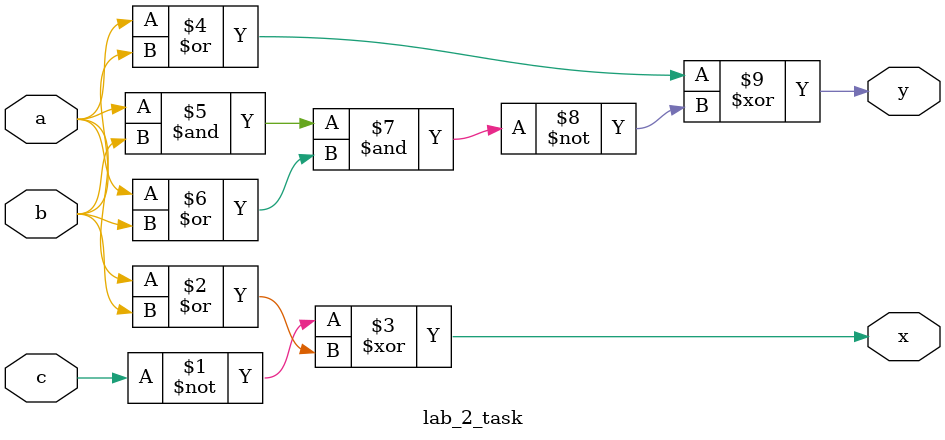
<source format=sv>
`timescale 1ns / 1ps


module lab_2_task(output logic x,y,
input logic a,b,c
  );

  assign x = (~c) ^ (a|b);
  assign y = ((a|b) ^ ~((a&b)&(a|b)));
  
endmodule

</source>
